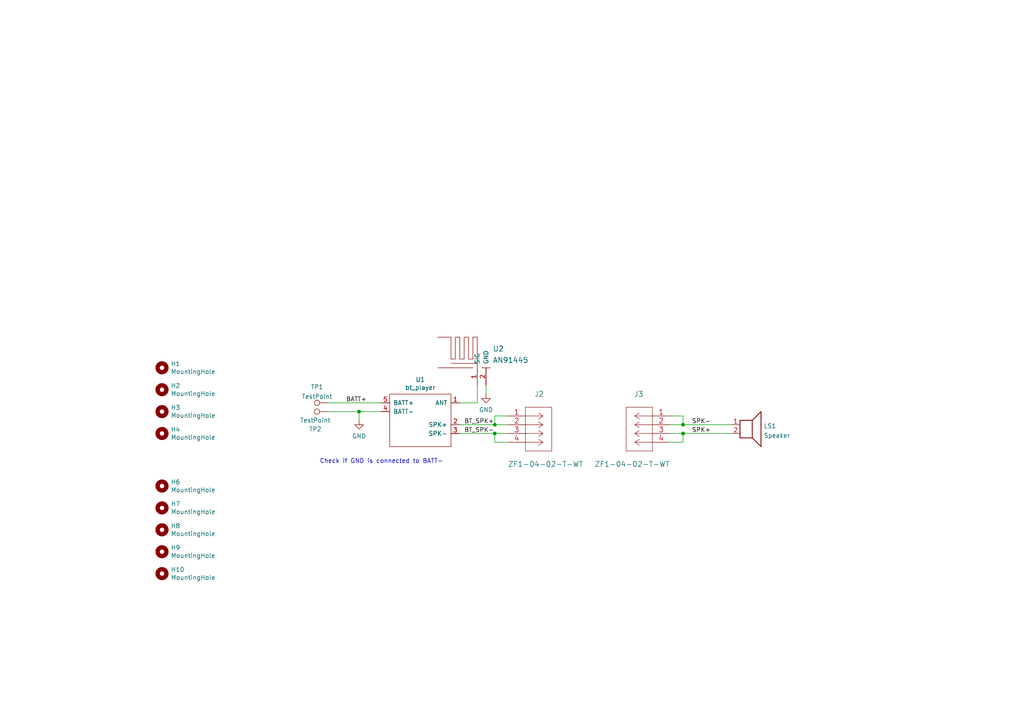
<source format=kicad_sch>
(kicad_sch (version 20211123) (generator eeschema)
  (paper "A4")
  (lib_symbols
    (symbol "Antennas:AN91445" (pin_names (offset 1.016))
      (property "Reference" "U" (at 1.27 8.89 0))
      (property "Value" "AN91445" (at 8.89 8.89 0))
      (symbol "AN91445_0_1"
        (polyline (pts (xy -1.27 -1.27) (xy -3.81 -1.27)))
        (polyline (pts (xy 0 0) (xy 0 -1.27)))
        (polyline (pts (xy 0 0) (xy 7.62 0)))
        (polyline (pts (xy 1.27 -1.27) (xy 11.43 -1.27)))
        (polyline (pts (xy 0 0) (xy 0 7.62) (xy 1.27 7.62) (xy 1.27 1.27) (xy 2.54 1.27) (xy 2.54 7.62) (xy 3.81 7.62) (xy 3.81 1.27) (xy 5.08 1.27) (xy 5.08 7.62) (xy 6.35 7.62) (xy 6.35 1.27) (xy 7.62 1.27) (xy 7.62 7.62) (xy 11.43 7.62)))
      )
      (symbol "AN91445_1_1"
        (pin input line (at 0 -6.35 90) (length 5.08) (name "SIG") (number "1"))
        (pin input line (at -2.54 -6.35 90) (length 5.08) (name "GND") (number "2"))
      )
    )
    (symbol "Connector:TestPoint" (pin_numbers hide) (pin_names (offset 0.762) hide)
      (property "Reference" "TP" (at 0 6.858 0))
      (property "Value" "TestPoint" (at 0 5.08 0))
      (symbol "TestPoint_0_1"
        (circle (center 0 3.302) (radius 0.762))
      )
      (symbol "TestPoint_1_1"
        (pin passive line (at 0 0 90) (length 2.54) (name "1") (number "1"))
      )
    )
    (symbol "Connector_Samtec_ZF1:ZF1-04-02-T-WT" (pin_names (offset 0.254) hide)
      (property "Reference" "J" (at 8.89 6.35 0))
      (property "Value" "ZF1-04-02-T-WT" (at 10.16 -5.08 0))
      (symbol "ZF1-04-02-T-WT_1_1"
        (polyline (pts (xy 5.08 -10.16) (xy 12.7 -10.16)) (stroke (width 0.127)))
        (polyline (pts (xy 5.08 2.54) (xy 5.08 -10.16)) (stroke (width 0.127)))
        (polyline (pts (xy 10.16 -7.62) (xy 5.08 -7.62)) (stroke (width 0.127)))
        (polyline (pts (xy 10.16 -7.62) (xy 8.89 -8.4582)) (stroke (width 0.127)))
        (polyline (pts (xy 10.16 -7.62) (xy 8.89 -6.7818)) (stroke (width 0.127)))
        (polyline (pts (xy 10.16 -5.08) (xy 5.08 -5.08)) (stroke (width 0.127)))
        (polyline (pts (xy 10.16 -5.08) (xy 8.89 -5.9182)) (stroke (width 0.127)))
        (polyline (pts (xy 10.16 -5.08) (xy 8.89 -4.2418)) (stroke (width 0.127)))
        (polyline (pts (xy 10.16 -2.54) (xy 5.08 -2.54)) (stroke (width 0.127)))
        (polyline (pts (xy 10.16 -2.54) (xy 8.89 -3.3782)) (stroke (width 0.127)))
        (polyline (pts (xy 10.16 -2.54) (xy 8.89 -1.7018)) (stroke (width 0.127)))
        (polyline (pts (xy 10.16 0) (xy 5.08 0)) (stroke (width 0.127)))
        (polyline (pts (xy 10.16 0) (xy 8.89 -0.8382)) (stroke (width 0.127)))
        (polyline (pts (xy 10.16 0) (xy 8.89 0.8382)) (stroke (width 0.127)))
        (polyline (pts (xy 12.7 -10.16) (xy 12.7 2.54)) (stroke (width 0.127)))
        (polyline (pts (xy 12.7 2.54) (xy 5.08 2.54)) (stroke (width 0.127)))
        (pin unspecified line (at 0 0 0) (length 5.08) (name "1") (number "1"))
        (pin unspecified line (at 0 -2.54 0) (length 5.08) (name "2") (number "2"))
        (pin unspecified line (at 0 -5.08 0) (length 5.08) (name "3") (number "3"))
        (pin unspecified line (at 0 -7.62 0) (length 5.08) (name "4") (number "4"))
      )
    )
    (symbol "Device:Speaker" (pin_names (offset 0) hide)
      (property "Reference" "LS" (at 1.27 5.715 0))
      (property "Value" "Speaker" (at 1.27 3.81 0))
      (symbol "Speaker_0_0"
        (rectangle (start -2.54 1.27) (end 1.016 -3.81) (stroke (width 0.254)))
        (polyline (pts (xy 1.016 1.27) (xy 3.556 3.81) (xy 3.556 -6.35) (xy 1.016 -3.81)) (stroke (width 0.254)))
      )
      (symbol "Speaker_1_1"
        (pin input line (at -5.08 0 0) (length 2.54) (name "1") (number "1"))
        (pin input line (at -5.08 -2.54 0) (length 2.54) (name "2") (number "2"))
      )
    )
    (symbol "Device:bt_player" (pin_names (offset 1.016))
      (property "Reference" "U" (at -1.27 6.35 0))
      (property "Value" "Device_bt_player" (at -1.27 -11.43 0))
      (symbol "bt_player_0_1"
        (rectangle (start -13.97 5.08) (end 3.81 -10.16))
      )
      (symbol "bt_player_1_1"
        (pin input line (at 6.35 2.54 180) (length 2.54) (name "ANT") (number "1"))
        (pin input line (at 6.35 -3.81 180) (length 2.54) (name "SPK+") (number "2"))
        (pin input line (at 6.35 -6.35 180) (length 2.54) (name "SPK-") (number "3"))
        (pin input line (at -16.51 0 0) (length 2.54) (name "BATT-") (number "4"))
        (pin input line (at -16.51 2.54 0) (length 2.54) (name "BATT+") (number "5"))
      )
    )
    (symbol "Mechanical:MountingHole" (pin_names (offset 1.016))
      (property "Reference" "H" (at 0 5.08 0))
      (property "Value" "MountingHole" (at 0 3.175 0))
      (symbol "MountingHole_0_1"
        (circle (center 0 0) (radius 1.27) (stroke (width 1.27)))
      )
    )
    (symbol "power:GND" (power) (pin_names (offset 0))
      (property "Value" "GND" (at 0 -3.81 0))
      (symbol "GND_0_1"
        (polyline (pts (xy 0 0) (xy 0 -1.27) (xy 1.27 -1.27) (xy 0 -2.54) (xy -1.27 -1.27) (xy 0 -1.27)))
      )
      (symbol "GND_1_1"
        (pin power_in line (at 0 0 270) (length 0) hide (name "GND") (number "1"))
      )
    )
  )
  (junction (at 143.51 123.19))
  (junction (at 198.12 125.73))
  (junction (at 143.51 125.73))
  (junction (at 104.14 119.38))
  (junction (at 198.12 123.19))
  (wire (pts (xy 143.51 125.73) (xy 147.32 125.73)))
  (wire (pts (xy 140.97 111.76) (xy 140.97 114.3)))
  (wire (pts (xy 194.31 120.65) (xy 198.12 120.65)))
  (wire (pts (xy 198.12 128.27) (xy 198.12 125.73)))
  (wire (pts (xy 194.31 128.27) (xy 198.12 128.27)))
  (wire (pts (xy 143.51 128.27) (xy 143.51 125.73)))
  (wire (pts (xy 198.12 123.19) (xy 212.09 123.19)))
  (wire (pts (xy 95.25 116.84) (xy 110.49 116.84)))
  (wire (pts (xy 138.43 111.76) (xy 138.43 116.84)))
  (wire (pts (xy 138.43 116.84) (xy 133.35 116.84)))
  (wire (pts (xy 194.31 125.73) (xy 198.12 125.73)))
  (wire (pts (xy 133.35 123.19) (xy 143.51 123.19)))
  (wire (pts (xy 133.35 125.73) (xy 143.51 125.73)))
  (wire (pts (xy 104.14 119.38) (xy 110.49 119.38)))
  (wire (pts (xy 194.31 123.19) (xy 198.12 123.19)))
  (wire (pts (xy 104.14 119.38) (xy 104.14 121.92)))
  (wire (pts (xy 147.32 128.27) (xy 143.51 128.27)))
  (wire (pts (xy 198.12 125.73) (xy 212.09 125.73)))
  (wire (pts (xy 147.32 120.65) (xy 143.51 120.65)))
  (wire (pts (xy 95.25 119.38) (xy 104.14 119.38)))
  (wire (pts (xy 143.51 123.19) (xy 147.32 123.19)))
  (wire (pts (xy 198.12 120.65) (xy 198.12 123.19)))
  (wire (pts (xy 143.51 120.65) (xy 143.51 123.19)))
  (text "Check if GND is connected to BATT-\n" (at 92.71 134.62 0) (effects (font (size 1.27 1.27)) (justify left bottom)))
  (label "BT_SPK+" (at 134.62 123.19 0))
  (label "SPK-" (at 200.66 123.19 0))
  (label "BT_SPK-" (at 134.62 125.73 0))
  (label "SPK+" (at 200.66 125.73 0))
  (label "BATT+" (at 100.33 116.84 0))
  (symbol (lib_id "Device:bt_player") (at 127 119.38 0) (unit 1)
    (property "Reference" "U1" (at 121.92 110.109 0))
    (property "Value" "bt_player" (at 121.92 112.4204 0))
    (property "Footprint" "MySymbols:bt_player" (effects hide))
  )
  (symbol (lib_id "Mechanical:MountingHole") (at 46.99 147.32 0) (unit 1)
    (property "Reference" "H7" (at 49.53 146.1516 0) (effects (justify left)))
    (property "Value" "MountingHole" (at 49.53 148.463 0) (effects (justify left)))
    (property "Footprint" "MountingHole:MountingHole_2.1mm" (effects hide))
  )
  (symbol (lib_id "Mechanical:MountingHole") (at 46.99 153.67 0) (unit 1)
    (property "Reference" "H8" (at 49.53 152.5016 0) (effects (justify left)))
    (property "Value" "MountingHole" (at 49.53 154.813 0) (effects (justify left)))
    (property "Footprint" "MountingHole:MountingHole_2.1mm" (effects hide))
  )
  (symbol (lib_id "Mechanical:MountingHole") (at 46.99 160.02 0) (unit 1)
    (property "Reference" "H9" (at 49.53 158.8516 0) (effects (justify left)))
    (property "Value" "MountingHole" (at 49.53 161.163 0) (effects (justify left)))
    (property "Footprint" "MountingHole:MountingHole_2.1mm" (effects hide))
  )
  (symbol (lib_id "Mechanical:MountingHole") (at 46.99 166.37 0) (unit 1)
    (property "Reference" "H10" (at 49.53 165.2016 0) (effects (justify left)))
    (property "Value" "MountingHole" (at 49.53 167.513 0) (effects (justify left)))
    (property "Footprint" "MountingHole:MountingHole_2.1mm" (effects hide))
  )
  (symbol (lib_id "Mechanical:MountingHole") (at 46.99 140.97 0) (unit 1)
    (property "Reference" "H6" (at 49.53 139.8016 0) (effects (justify left)))
    (property "Value" "MountingHole" (at 49.53 142.113 0) (effects (justify left)))
    (property "Footprint" "MountingHole:MountingHole_2.1mm" (effects hide))
  )
  (symbol (lib_id "Mechanical:MountingHole") (at 46.99 125.73 0) (unit 1)
    (property "Reference" "H4" (at 49.53 124.5616 0) (effects (justify left)))
    (property "Value" "MountingHole" (at 49.53 126.873 0) (effects (justify left)))
    (property "Footprint" "MountingHole:MountingHole_2.1mm" (effects hide))
  )
  (symbol (lib_id "Mechanical:MountingHole") (at 46.99 119.38 0) (unit 1)
    (property "Reference" "H3" (at 49.53 118.2116 0) (effects (justify left)))
    (property "Value" "MountingHole" (at 49.53 120.523 0) (effects (justify left)))
    (property "Footprint" "MountingHole:MountingHole_2.1mm" (effects hide))
  )
  (symbol (lib_id "Mechanical:MountingHole") (at 46.99 113.03 0) (unit 1)
    (property "Reference" "H2" (at 49.53 111.8616 0) (effects (justify left)))
    (property "Value" "MountingHole" (at 49.53 114.173 0) (effects (justify left)))
    (property "Footprint" "MountingHole:MountingHole_2.1mm" (effects hide))
  )
  (symbol (lib_id "Mechanical:MountingHole") (at 46.99 106.68 0) (unit 1)
    (property "Reference" "H1" (at 49.53 105.5116 0) (effects (justify left)))
    (property "Value" "MountingHole" (at 49.53 107.823 0) (effects (justify left)))
    (property "Footprint" "MountingHole:MountingHole_2.1mm" (effects hide))
  )
  (symbol (lib_id "Connector:TestPoint") (at 95.25 119.38 90) (unit 1)
    (property "Reference" "TP2" (at 91.44 124.46 90))
    (property "Value" "TestPoint" (at 91.44 121.92 90))
    (property "Footprint" "TestPoint:TestPoint_Pad_D2.5mm" (effects hide))
  )
  (symbol (lib_id "power:GND") (at 104.14 121.92 0) (unit 1)
    (property "Reference" "#PWR0102" (effects hide))
    (property "Value" "GND" (at 104.14 126.4825 0))
  )
  (symbol (lib_id "power:GND") (at 140.97 114.3 0) (unit 1)
    (property "Reference" "#PWR0101" (effects hide))
    (property "Value" "GND" (at 140.97 118.8625 0))
  )
  (symbol (lib_id "Connector_Samtec_ZF1:ZF1-04-02-T-WT") (at 194.31 120.65 0) (mirror y) (unit 1)
    (property "Reference" "J3" (at 186.69 114.3 0) (effects (font (size 1.524 1.524)) (justify left)))
    (property "Value" "ZF1-04-02-T-WT" (at 194.31 134.62 0) (effects (font (size 1.524 1.524)) (justify left)))
    (property "Footprint" "Connector_Samtec_ZF_smd:ZF1-04-02-T-WT" (effects hide))
  )
  (symbol (lib_id "Device:Speaker") (at 217.17 123.19 0) (unit 1)
    (property "Reference" "LS1" (at 221.488 123.5515 0) (effects (justify left)))
    (property "Value" "Speaker" (at 221.488 126.3266 0) (effects (justify left)))
    (property "Footprint" "Connector_PinHeader_1.27mm:PinHeader_1x02_P1.27mm_Vertical" (effects hide))
  )
  (symbol (lib_id "Connector_Samtec_ZF1:ZF1-04-02-T-WT") (at 147.32 120.65 0) (unit 1)
    (property "Reference" "J2" (at 154.94 114.3 0) (effects (font (size 1.524 1.524)) (justify left)))
    (property "Value" "ZF1-04-02-T-WT" (at 147.32 134.62 0) (effects (font (size 1.524 1.524)) (justify left)))
    (property "Footprint" "Connector_Samtec_ZF_smd:ZF1-04-02-T-WT" (effects hide))
  )
  (symbol (lib_id "Antennas:AN91445") (at 138.43 105.41 0) (mirror y) (unit 1)
    (property "Reference" "U2" (at 142.875 101.1703 0) (effects (font (size 1.524 1.524)) (justify right)))
    (property "Value" "AN91445" (at 142.875 104.4493 0) (effects (font (size 1.524 1.524)) (justify right)))
    (property "Footprint" "Antennas:AN91445" (effects hide))
  )
  (symbol (lib_id "Connector:TestPoint") (at 95.25 116.84 90) (unit 1)
    (property "Reference" "TP1" (at 91.948 112.2385 90))
    (property "Value" "TestPoint" (at 91.948 115.0136 90))
    (property "Footprint" "TestPoint:TestPoint_Pad_D2.5mm" (effects hide))
  )
)
</source>
